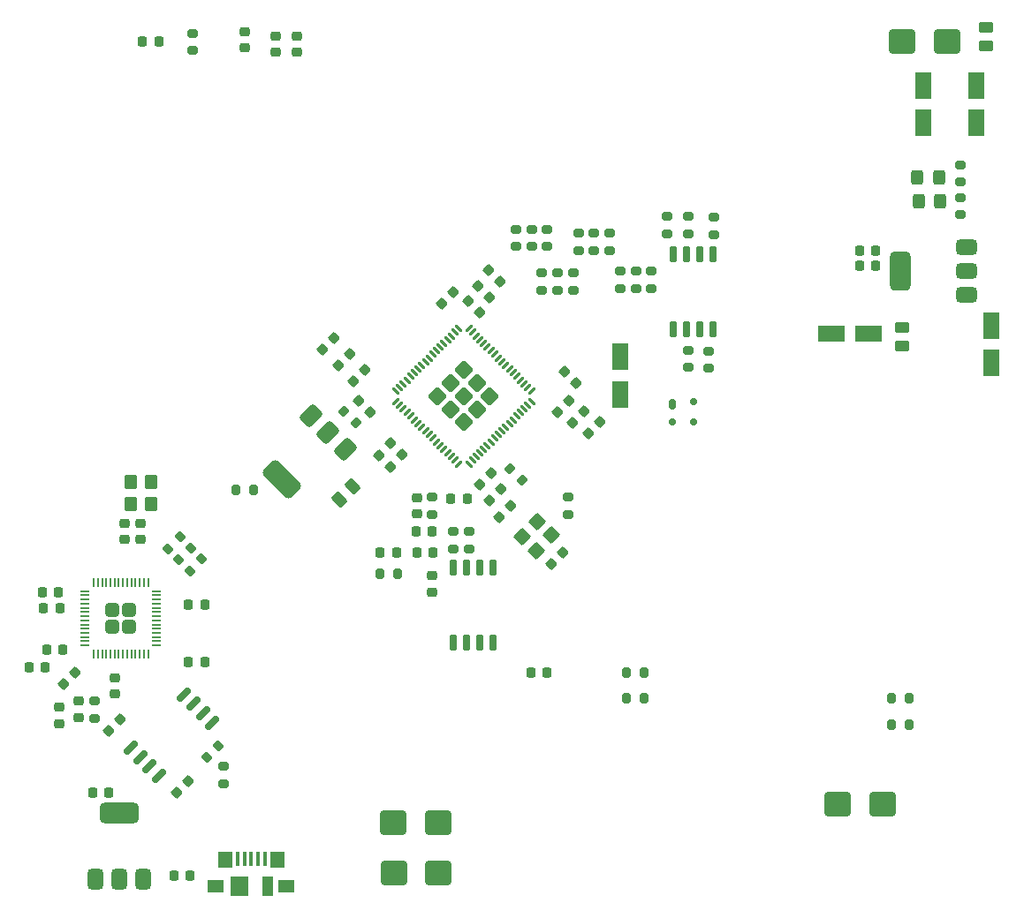
<source format=gbr>
%TF.GenerationSoftware,KiCad,Pcbnew,8.0.6*%
%TF.CreationDate,2024-12-08T12:16:10-08:00*%
%TF.ProjectId,dsp3,64737033-2e6b-4696-9361-645f70636258,rev?*%
%TF.SameCoordinates,Original*%
%TF.FileFunction,Paste,Top*%
%TF.FilePolarity,Positive*%
%FSLAX46Y46*%
G04 Gerber Fmt 4.6, Leading zero omitted, Abs format (unit mm)*
G04 Created by KiCad (PCBNEW 8.0.6) date 2024-12-08 12:16:10*
%MOMM*%
%LPD*%
G01*
G04 APERTURE LIST*
G04 Aperture macros list*
%AMRoundRect*
0 Rectangle with rounded corners*
0 $1 Rounding radius*
0 $2 $3 $4 $5 $6 $7 $8 $9 X,Y pos of 4 corners*
0 Add a 4 corners polygon primitive as box body*
4,1,4,$2,$3,$4,$5,$6,$7,$8,$9,$2,$3,0*
0 Add four circle primitives for the rounded corners*
1,1,$1+$1,$2,$3*
1,1,$1+$1,$4,$5*
1,1,$1+$1,$6,$7*
1,1,$1+$1,$8,$9*
0 Add four rect primitives between the rounded corners*
20,1,$1+$1,$2,$3,$4,$5,0*
20,1,$1+$1,$4,$5,$6,$7,0*
20,1,$1+$1,$6,$7,$8,$9,0*
20,1,$1+$1,$8,$9,$2,$3,0*%
G04 Aperture macros list end*
%ADD10RoundRect,0.200000X0.275000X-0.200000X0.275000X0.200000X-0.275000X0.200000X-0.275000X-0.200000X0*%
%ADD11RoundRect,0.200000X0.200000X0.275000X-0.200000X0.275000X-0.200000X-0.275000X0.200000X-0.275000X0*%
%ADD12RoundRect,0.175000X-0.175000X-0.325000X0.175000X-0.325000X0.175000X0.325000X-0.175000X0.325000X0*%
%ADD13RoundRect,0.150000X-0.200000X-0.150000X0.200000X-0.150000X0.200000X0.150000X-0.200000X0.150000X0*%
%ADD14RoundRect,0.225000X-0.250000X0.225000X-0.250000X-0.225000X0.250000X-0.225000X0.250000X0.225000X0*%
%ADD15RoundRect,0.225000X0.225000X0.250000X-0.225000X0.250000X-0.225000X-0.250000X0.225000X-0.250000X0*%
%ADD16RoundRect,0.225000X-0.017678X0.335876X-0.335876X0.017678X0.017678X-0.335876X0.335876X-0.017678X0*%
%ADD17RoundRect,0.225000X0.250000X-0.225000X0.250000X0.225000X-0.250000X0.225000X-0.250000X-0.225000X0*%
%ADD18RoundRect,0.225000X-0.225000X-0.250000X0.225000X-0.250000X0.225000X0.250000X-0.225000X0.250000X0*%
%ADD19RoundRect,0.250000X0.550000X-1.050000X0.550000X1.050000X-0.550000X1.050000X-0.550000X-1.050000X0*%
%ADD20RoundRect,0.200000X-0.200000X-0.275000X0.200000X-0.275000X0.200000X0.275000X-0.200000X0.275000X0*%
%ADD21RoundRect,0.218750X-0.256250X0.218750X-0.256250X-0.218750X0.256250X-0.218750X0.256250X0.218750X0*%
%ADD22RoundRect,0.150000X0.150000X-0.650000X0.150000X0.650000X-0.150000X0.650000X-0.150000X-0.650000X0*%
%ADD23RoundRect,0.200000X-0.335876X-0.053033X-0.053033X-0.335876X0.335876X0.053033X0.053033X0.335876X0*%
%ADD24RoundRect,0.120000X-0.035355X-0.714178X0.714178X0.035355X0.035355X0.714178X-0.714178X-0.035355X0*%
%ADD25RoundRect,0.200000X0.053033X-0.335876X0.335876X-0.053033X-0.053033X0.335876X-0.335876X0.053033X0*%
%ADD26RoundRect,0.250000X-0.550000X1.050000X-0.550000X-1.050000X0.550000X-1.050000X0.550000X1.050000X0*%
%ADD27RoundRect,0.250000X1.000000X0.900000X-1.000000X0.900000X-1.000000X-0.900000X1.000000X-0.900000X0*%
%ADD28RoundRect,0.120000X-0.480000X0.530000X-0.480000X-0.530000X0.480000X-0.530000X0.480000X0.530000X0*%
%ADD29RoundRect,0.250000X0.000000X-0.650538X0.650538X0.000000X0.000000X0.650538X-0.650538X0.000000X0*%
%ADD30RoundRect,0.062500X-0.220971X-0.309359X0.309359X0.220971X0.220971X0.309359X-0.309359X-0.220971X0*%
%ADD31RoundRect,0.062500X0.220971X-0.309359X0.309359X-0.220971X-0.220971X0.309359X-0.309359X0.220971X0*%
%ADD32RoundRect,0.225000X-0.335876X-0.017678X-0.017678X-0.335876X0.335876X0.017678X0.017678X0.335876X0*%
%ADD33RoundRect,0.150000X0.353553X0.565685X-0.565685X-0.353553X-0.353553X-0.565685X0.565685X0.353553X0*%
%ADD34RoundRect,0.250000X-1.000000X-0.900000X1.000000X-0.900000X1.000000X0.900000X-1.000000X0.900000X0*%
%ADD35RoundRect,0.375000X0.176777X0.707107X-0.707107X-0.176777X-0.176777X-0.707107X0.707107X0.176777X0*%
%ADD36RoundRect,0.500000X-0.636396X1.343503X-1.343503X0.636396X0.636396X-1.343503X1.343503X-0.636396X0*%
%ADD37RoundRect,0.250000X-0.450000X0.262500X-0.450000X-0.262500X0.450000X-0.262500X0.450000X0.262500X0*%
%ADD38RoundRect,0.200000X-0.275000X0.200000X-0.275000X-0.200000X0.275000X-0.200000X0.275000X0.200000X0*%
%ADD39RoundRect,0.225000X0.335876X0.017678X0.017678X0.335876X-0.335876X-0.017678X-0.017678X-0.335876X0*%
%ADD40RoundRect,0.375000X0.625000X0.375000X-0.625000X0.375000X-0.625000X-0.375000X0.625000X-0.375000X0*%
%ADD41RoundRect,0.500000X0.500000X1.400000X-0.500000X1.400000X-0.500000X-1.400000X0.500000X-1.400000X0*%
%ADD42RoundRect,0.225000X0.017678X-0.335876X0.335876X-0.017678X-0.017678X0.335876X-0.335876X0.017678X0*%
%ADD43RoundRect,0.375000X0.375000X-0.625000X0.375000X0.625000X-0.375000X0.625000X-0.375000X-0.625000X0*%
%ADD44RoundRect,0.500000X1.400000X-0.500000X1.400000X0.500000X-1.400000X0.500000X-1.400000X-0.500000X0*%
%ADD45RoundRect,0.200000X0.335876X0.053033X0.053033X0.335876X-0.335876X-0.053033X-0.053033X-0.335876X0*%
%ADD46R,0.450000X1.380000*%
%ADD47R,1.650000X1.300000*%
%ADD48R,1.425000X1.550000*%
%ADD49R,1.800000X1.900000*%
%ADD50R,1.000000X1.900000*%
%ADD51RoundRect,0.250000X0.325000X0.450000X-0.325000X0.450000X-0.325000X-0.450000X0.325000X-0.450000X0*%
%ADD52RoundRect,0.249999X0.395001X0.395001X-0.395001X0.395001X-0.395001X-0.395001X0.395001X-0.395001X0*%
%ADD53RoundRect,0.050000X0.387500X0.050000X-0.387500X0.050000X-0.387500X-0.050000X0.387500X-0.050000X0*%
%ADD54RoundRect,0.050000X0.050000X0.387500X-0.050000X0.387500X-0.050000X-0.387500X0.050000X-0.387500X0*%
%ADD55RoundRect,0.250000X1.050000X0.550000X-1.050000X0.550000X-1.050000X-0.550000X1.050000X-0.550000X0*%
%ADD56RoundRect,0.218750X0.256250X-0.218750X0.256250X0.218750X-0.256250X0.218750X-0.256250X-0.218750X0*%
%ADD57RoundRect,0.250000X0.132583X-0.503814X0.503814X-0.132583X-0.132583X0.503814X-0.503814X0.132583X0*%
G04 APERTURE END LIST*
D10*
%TO.C,R16*%
X85500000Y-82425000D03*
X85500000Y-80775000D03*
%TD*%
D11*
%TO.C,R24*%
X57650000Y-115000000D03*
X56000000Y-115000000D03*
%TD*%
D10*
%TO.C,R12*%
X88000000Y-82500000D03*
X88000000Y-80850000D03*
%TD*%
%TO.C,R26*%
X83500000Y-82400000D03*
X83500000Y-80750000D03*
%TD*%
D12*
%TO.C,U8*%
X84000000Y-98750000D03*
D13*
X84000000Y-100450000D03*
X86000000Y-100450000D03*
X86000000Y-98550000D03*
%TD*%
D14*
%TO.C,C49*%
X30568750Y-125000000D03*
X30568750Y-126550000D03*
%TD*%
D15*
%TO.C,C3*%
X34775000Y-64000000D03*
X33225000Y-64000000D03*
%TD*%
D10*
%TO.C,R10*%
X73000000Y-87825000D03*
X73000000Y-86175000D03*
%TD*%
D16*
%TO.C,C15*%
X53096016Y-93951992D03*
X52000000Y-95048008D03*
%TD*%
D14*
%TO.C,C36*%
X61000000Y-115225000D03*
X61000000Y-116775000D03*
%TD*%
D10*
%TO.C,R14*%
X70500000Y-83650000D03*
X70500000Y-82000000D03*
%TD*%
D17*
%TO.C,C38*%
X46000000Y-65000000D03*
X46000000Y-63450000D03*
%TD*%
D18*
%TO.C,C37*%
X56000000Y-113000000D03*
X57550000Y-113000000D03*
%TD*%
D19*
%TO.C,C35*%
X79000000Y-97800000D03*
X79000000Y-94200000D03*
%TD*%
D10*
%TO.C,R2*%
X80500000Y-87650000D03*
X80500000Y-86000000D03*
%TD*%
D20*
%TO.C,R18*%
X105030000Y-129540000D03*
X106680000Y-129540000D03*
%TD*%
D21*
%TO.C,L4*%
X48000000Y-63424998D03*
X48000000Y-65000000D03*
%TD*%
D22*
%TO.C,U2*%
X84095000Y-91600000D03*
X85365000Y-91600000D03*
X86635000Y-91600000D03*
X87905000Y-91600000D03*
X87905000Y-84400000D03*
X86635000Y-84400000D03*
X85365000Y-84400000D03*
X84095000Y-84400000D03*
%TD*%
D10*
%TO.C,R3*%
X82000000Y-87650000D03*
X82000000Y-86000000D03*
%TD*%
D15*
%TO.C,C20*%
X64323223Y-107823223D03*
X62773223Y-107823223D03*
%TD*%
D23*
%TO.C,R27*%
X68416637Y-104916637D03*
X69583363Y-106083363D03*
%TD*%
D10*
%TO.C,R30*%
X111600000Y-77450000D03*
X111600000Y-75800000D03*
%TD*%
D24*
%TO.C,U9*%
X70929289Y-112828428D03*
X72414214Y-111343503D03*
X71070711Y-110000000D03*
X69585786Y-111484925D03*
%TD*%
D17*
%TO.C,C23*%
X59500000Y-109275000D03*
X59500000Y-107725000D03*
%TD*%
D18*
%TO.C,C44*%
X37618750Y-123500000D03*
X39168750Y-123500000D03*
%TD*%
D25*
%TO.C,R33*%
X39333274Y-132666726D03*
X40500000Y-131500000D03*
%TD*%
D15*
%TO.C,C48*%
X23900000Y-124000000D03*
X22350000Y-124000000D03*
%TD*%
D26*
%TO.C,C27*%
X114600000Y-91200000D03*
X114600000Y-94800000D03*
%TD*%
D27*
%TO.C,D3*%
X110300002Y-64000000D03*
X106000000Y-64000000D03*
%TD*%
D28*
%TO.C,U12*%
X32100000Y-106200001D03*
X32100000Y-108300001D03*
X34000000Y-108300001D03*
X34000000Y-106200001D03*
%TD*%
D25*
%TO.C,R37*%
X35633274Y-112666726D03*
X36800000Y-111500000D03*
%TD*%
D29*
%TO.C,U1*%
X61496842Y-98000000D03*
X62748421Y-99251579D03*
X64000000Y-100503158D03*
X62748421Y-96748421D03*
X64000000Y-98000000D03*
X65251579Y-99251579D03*
X64000000Y-95496842D03*
X65251579Y-96748421D03*
X66503158Y-98000000D03*
D30*
X57503456Y-98486136D03*
X57857010Y-98839689D03*
X58210563Y-99193243D03*
X58564117Y-99546796D03*
X58917670Y-99900349D03*
X59271223Y-100253903D03*
X59624777Y-100607456D03*
X59978330Y-100961010D03*
X60331884Y-101314563D03*
X60685437Y-101668116D03*
X61038990Y-102021670D03*
X61392544Y-102375223D03*
X61746097Y-102728777D03*
X62099651Y-103082330D03*
X62453204Y-103435883D03*
X62806757Y-103789437D03*
X63160311Y-104142990D03*
X63513864Y-104496544D03*
D31*
X64486136Y-104496544D03*
X64839689Y-104142990D03*
X65193243Y-103789437D03*
X65546796Y-103435883D03*
X65900349Y-103082330D03*
X66253903Y-102728777D03*
X66607456Y-102375223D03*
X66961010Y-102021670D03*
X67314563Y-101668116D03*
X67668116Y-101314563D03*
X68021670Y-100961010D03*
X68375223Y-100607456D03*
X68728777Y-100253903D03*
X69082330Y-99900349D03*
X69435883Y-99546796D03*
X69789437Y-99193243D03*
X70142990Y-98839689D03*
X70496544Y-98486136D03*
D30*
X70496544Y-97513864D03*
X70142990Y-97160311D03*
X69789437Y-96806757D03*
X69435883Y-96453204D03*
X69082330Y-96099651D03*
X68728777Y-95746097D03*
X68375223Y-95392544D03*
X68021670Y-95038990D03*
X67668116Y-94685437D03*
X67314563Y-94331884D03*
X66961010Y-93978330D03*
X66607456Y-93624777D03*
X66253903Y-93271223D03*
X65900349Y-92917670D03*
X65546796Y-92564117D03*
X65193243Y-92210563D03*
X64839689Y-91857010D03*
X64486136Y-91503456D03*
D31*
X63513864Y-91503456D03*
X63160311Y-91857010D03*
X62806757Y-92210563D03*
X62453204Y-92564117D03*
X62099651Y-92917670D03*
X61746097Y-93271223D03*
X61392544Y-93624777D03*
X61038990Y-93978330D03*
X60685437Y-94331884D03*
X60331884Y-94685437D03*
X59978330Y-95038990D03*
X59624777Y-95392544D03*
X59271223Y-95746097D03*
X58917670Y-96099651D03*
X58564117Y-96453204D03*
X58210563Y-96806757D03*
X57857010Y-97160311D03*
X57503456Y-97513864D03*
%TD*%
D18*
%TO.C,C24*%
X59450000Y-111000000D03*
X61000000Y-111000000D03*
%TD*%
D27*
%TO.C,D4*%
X61577001Y-138938000D03*
X57276999Y-138938000D03*
%TD*%
D15*
%TO.C,C28*%
X103500000Y-85500000D03*
X101950000Y-85500000D03*
%TD*%
D17*
%TO.C,C46*%
X31500000Y-111750000D03*
X31500000Y-110200000D03*
%TD*%
D32*
%TO.C,C17*%
X73653984Y-95653984D03*
X74750000Y-96750000D03*
%TD*%
D33*
%TO.C,U13*%
X39892623Y-129301454D03*
X38994597Y-128403428D03*
X38096572Y-127505403D03*
X37198546Y-126607377D03*
X32107377Y-131698546D03*
X33005403Y-132596572D03*
X33903428Y-133494597D03*
X34801454Y-134392623D03*
%TD*%
D34*
%TO.C,D5*%
X57295000Y-143764000D03*
X61595000Y-143764000D03*
%TD*%
D16*
%TO.C,C5*%
X66596016Y-105403984D03*
X65500000Y-106500000D03*
%TD*%
D15*
%TO.C,C30*%
X103500000Y-84000000D03*
X101950000Y-84000000D03*
%TD*%
D25*
%TO.C,R35*%
X37733274Y-114766726D03*
X38900000Y-113600000D03*
%TD*%
D35*
%TO.C,Q1*%
X52626346Y-103126345D03*
X51000000Y-101500000D03*
D36*
X46545228Y-105954772D03*
D35*
X49373655Y-99873654D03*
%TD*%
D15*
%TO.C,C33*%
X25600000Y-122300000D03*
X24050000Y-122300000D03*
%TD*%
D11*
%TO.C,R28*%
X81280000Y-124510000D03*
X79630000Y-124510000D03*
%TD*%
D37*
%TO.C,FB1*%
X114087500Y-62587500D03*
X114087500Y-64412500D03*
%TD*%
D38*
%TO.C,R4*%
X85500000Y-93600000D03*
X85500000Y-95250000D03*
%TD*%
D10*
%TO.C,R23*%
X74000000Y-109325000D03*
X74000000Y-107675000D03*
%TD*%
D20*
%TO.C,R19*%
X105030000Y-127000000D03*
X106680000Y-127000000D03*
%TD*%
D10*
%TO.C,R7*%
X78000000Y-84000000D03*
X78000000Y-82350000D03*
%TD*%
D18*
%TO.C,C40*%
X37618750Y-118000000D03*
X39168750Y-118000000D03*
%TD*%
D15*
%TO.C,C41*%
X25175000Y-116800000D03*
X23625000Y-116800000D03*
%TD*%
D18*
%TO.C,C32*%
X28450000Y-136000000D03*
X30000000Y-136000000D03*
%TD*%
D38*
%TO.C,R32*%
X28600000Y-127250000D03*
X28600000Y-128900000D03*
%TD*%
D10*
%TO.C,R34*%
X41000000Y-135150000D03*
X41000000Y-133500000D03*
%TD*%
D39*
%TO.C,C21*%
X57000000Y-104750000D03*
X55903984Y-103653984D03*
%TD*%
D16*
%TO.C,C45*%
X31096016Y-129000000D03*
X30000000Y-130096016D03*
%TD*%
D38*
%TO.C,R38*%
X63000000Y-111000000D03*
X63000000Y-112650000D03*
%TD*%
D40*
%TO.C,U5*%
X112150000Y-88300000D03*
X112149999Y-86000000D03*
D41*
X105850001Y-86000000D03*
D40*
X112150000Y-83700000D03*
%TD*%
D11*
%TO.C,R25*%
X43825000Y-107000000D03*
X42175000Y-107000000D03*
%TD*%
D10*
%TO.C,R6*%
X76500000Y-84000000D03*
X76500000Y-82350000D03*
%TD*%
D42*
%TO.C,C1*%
X72403984Y-114096016D03*
X73500000Y-113000000D03*
%TD*%
D43*
%TO.C,U11*%
X28700000Y-144299999D03*
X31000000Y-144299998D03*
D44*
X31000000Y-138000000D03*
D43*
X33300000Y-144299999D03*
%TD*%
D45*
%TO.C,R22*%
X53666726Y-100583363D03*
X52500000Y-99416637D03*
%TD*%
D25*
%TO.C,R36*%
X36700000Y-113700000D03*
X37866726Y-112533274D03*
%TD*%
D10*
%TO.C,R5*%
X75000000Y-84000000D03*
X75000000Y-82350000D03*
%TD*%
D46*
%TO.C,J14*%
X42325000Y-142339999D03*
X42975000Y-142340000D03*
X43625000Y-142339999D03*
X44275000Y-142340000D03*
X44925000Y-142339999D03*
D47*
X40250000Y-145000000D03*
D48*
X41137500Y-142424999D03*
D49*
X42475000Y-144999999D03*
D50*
X45175000Y-145000000D03*
D48*
X46112500Y-142424999D03*
D47*
X47000000Y-145000000D03*
%TD*%
D10*
%TO.C,R11*%
X74500000Y-87825000D03*
X74500000Y-86175000D03*
%TD*%
D14*
%TO.C,R17*%
X27100000Y-127250000D03*
X27100000Y-128800000D03*
%TD*%
%TO.C,C47*%
X25200000Y-127850000D03*
X25200000Y-129400000D03*
%TD*%
D42*
%TO.C,C10*%
X75951992Y-101548008D03*
X77048008Y-100451992D03*
%TD*%
D38*
%TO.C,R39*%
X64500000Y-111000000D03*
X64500000Y-112650000D03*
%TD*%
D10*
%TO.C,R9*%
X71500000Y-87825000D03*
X71500000Y-86175000D03*
%TD*%
D15*
%TO.C,C42*%
X25300000Y-118300000D03*
X23750000Y-118300000D03*
%TD*%
D51*
%TO.C,D1*%
X109524999Y-77000000D03*
X107475001Y-77000000D03*
%TD*%
D38*
%TO.C,R31*%
X111600000Y-78950000D03*
X111600000Y-80600000D03*
%TD*%
D27*
%TO.C,D6*%
X104140001Y-137160000D03*
X99839999Y-137160000D03*
%TD*%
D16*
%TO.C,C16*%
X51548008Y-92451992D03*
X50451992Y-93548008D03*
%TD*%
D10*
%TO.C,R1*%
X79000000Y-87650000D03*
X79000000Y-86000000D03*
%TD*%
D52*
%TO.C,U10*%
X31943750Y-120100000D03*
X31943750Y-118500000D03*
X30343750Y-120100000D03*
X30343750Y-118500000D03*
D53*
X34581250Y-121900000D03*
X34581250Y-121499999D03*
X34581250Y-121100000D03*
X34581250Y-120700000D03*
X34581250Y-120300000D03*
X34581250Y-119900001D03*
X34581250Y-119500000D03*
X34581250Y-119100000D03*
X34581250Y-118699999D03*
X34581250Y-118300000D03*
X34581250Y-117900000D03*
X34581250Y-117500000D03*
X34581250Y-117100001D03*
X34581250Y-116700000D03*
D54*
X33743750Y-115862500D03*
X33343749Y-115862500D03*
X32943750Y-115862500D03*
X32543750Y-115862500D03*
X32143750Y-115862500D03*
X31743751Y-115862500D03*
X31343750Y-115862500D03*
X30943750Y-115862500D03*
X30543749Y-115862500D03*
X30143750Y-115862500D03*
X29743750Y-115862500D03*
X29343750Y-115862500D03*
X28943751Y-115862500D03*
X28543750Y-115862500D03*
D53*
X27706250Y-116700000D03*
X27706250Y-117100001D03*
X27706250Y-117500000D03*
X27706250Y-117900000D03*
X27706250Y-118300000D03*
X27706250Y-118699999D03*
X27706250Y-119100000D03*
X27706250Y-119500000D03*
X27706250Y-119900001D03*
X27706250Y-120300000D03*
X27706250Y-120700000D03*
X27706250Y-121100000D03*
X27706250Y-121499999D03*
X27706250Y-121900000D03*
D54*
X28543750Y-122737500D03*
X28943751Y-122737500D03*
X29343750Y-122737500D03*
X29743750Y-122737500D03*
X30143750Y-122737500D03*
X30543749Y-122737500D03*
X30943750Y-122737500D03*
X31343750Y-122737500D03*
X31743751Y-122737500D03*
X32143750Y-122737500D03*
X32543750Y-122737500D03*
X32943750Y-122737500D03*
X33343749Y-122737500D03*
X33743750Y-122737500D03*
%TD*%
D38*
%TO.C,R21*%
X61000000Y-107675000D03*
X61000000Y-109325000D03*
%TD*%
D26*
%TO.C,C26*%
X108000000Y-68200000D03*
X108000000Y-71800000D03*
%TD*%
D22*
%TO.C,U6*%
X62960000Y-121600000D03*
X64230000Y-121600000D03*
X65500000Y-121600000D03*
X66770000Y-121600000D03*
X66770000Y-114400000D03*
X65500000Y-114400000D03*
X64230000Y-114400000D03*
X62960000Y-114400000D03*
%TD*%
D55*
%TO.C,C2*%
X102800000Y-92000000D03*
X99200000Y-92000000D03*
%TD*%
D18*
%TO.C,C29*%
X59500000Y-113000000D03*
X61050000Y-113000000D03*
%TD*%
D39*
%TO.C,C13*%
X67500000Y-87000000D03*
X66403984Y-85903984D03*
%TD*%
D42*
%TO.C,C9*%
X74451992Y-100548008D03*
X75548008Y-99451992D03*
%TD*%
D56*
%TO.C,L3*%
X43000000Y-64575002D03*
X43000000Y-63000000D03*
%TD*%
D57*
%TO.C,FB3*%
X52084885Y-107935115D03*
X53375355Y-106644645D03*
%TD*%
D39*
%TO.C,C12*%
X66500000Y-88500000D03*
X65403984Y-87403984D03*
%TD*%
D51*
%TO.C,D2*%
X109624999Y-79300000D03*
X107575001Y-79300000D03*
%TD*%
D16*
%TO.C,C6*%
X67596016Y-106903984D03*
X66500000Y-108000000D03*
%TD*%
D10*
%TO.C,R13*%
X69000000Y-83650000D03*
X69000000Y-82000000D03*
%TD*%
D16*
%TO.C,C14*%
X54548008Y-95451992D03*
X53451992Y-96548008D03*
%TD*%
%TO.C,C39*%
X26796016Y-124503984D03*
X25700000Y-125600000D03*
%TD*%
D42*
%TO.C,C8*%
X72951992Y-99548008D03*
X74048008Y-98451992D03*
%TD*%
D10*
%TO.C,R20*%
X38000000Y-64825000D03*
X38000000Y-63175000D03*
%TD*%
D37*
%TO.C,FB2*%
X106000000Y-91375000D03*
X106000000Y-93200000D03*
%TD*%
D18*
%TO.C,C4*%
X36225000Y-144000000D03*
X37775000Y-144000000D03*
%TD*%
D42*
%TO.C,C50*%
X36500000Y-136000000D03*
X37596016Y-134903984D03*
%TD*%
D38*
%TO.C,R8*%
X87500000Y-93675000D03*
X87500000Y-95325000D03*
%TD*%
D17*
%TO.C,C43*%
X33000000Y-111750000D03*
X33000000Y-110200000D03*
%TD*%
D39*
%TO.C,C11*%
X65500000Y-90000000D03*
X64403984Y-88903984D03*
%TD*%
D11*
%TO.C,R29*%
X81280000Y-127000000D03*
X79630000Y-127000000D03*
%TD*%
D26*
%TO.C,C25*%
X113100000Y-68200000D03*
X113100000Y-71800000D03*
%TD*%
D10*
%TO.C,R15*%
X72000000Y-83650000D03*
X72000000Y-82000000D03*
%TD*%
D16*
%TO.C,C7*%
X68500000Y-108500000D03*
X67403984Y-109596016D03*
%TD*%
D18*
%TO.C,C34*%
X70450000Y-124500000D03*
X72000000Y-124500000D03*
%TD*%
D42*
%TO.C,C18*%
X61903984Y-89096016D03*
X63000000Y-88000000D03*
%TD*%
D39*
%TO.C,C22*%
X58096016Y-103596016D03*
X57000000Y-102500000D03*
%TD*%
%TO.C,C19*%
X55048008Y-99548008D03*
X53951992Y-98451992D03*
%TD*%
M02*

</source>
